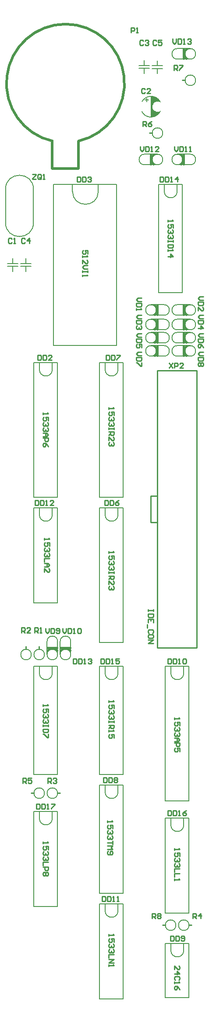
<source format=gto>
G04 Layer_Color=65535*
%FSLAX44Y44*%
%MOMM*%
G71*
G01*
G75*
%ADD19C,0.2000*%
%ADD20C,0.1270*%
%ADD21C,0.5000*%
%ADD22C,0.2540*%
%ADD23C,0.4000*%
G36*
X383947Y1752599D02*
X384254Y1750267D01*
X385263Y1747830D01*
X386869Y1745738D01*
X388962Y1744132D01*
X391399Y1743123D01*
X394014Y1742778D01*
X396629Y1743123D01*
X399066Y1744132D01*
X400001Y1744849D01*
X400078Y1744817D01*
X398281Y1741454D01*
X395782Y1738410D01*
X392738Y1735912D01*
X389265Y1734055D01*
X385496Y1732912D01*
X381577Y1732526D01*
X381029Y1732580D01*
X381030Y1732630D01*
X381000Y1752600D01*
X383947Y1752599D01*
D02*
G37*
G36*
X385817Y1772298D02*
X389599Y1771151D01*
X393084Y1769288D01*
X396139Y1766781D01*
X398646Y1763726D01*
X400304Y1760624D01*
X400251Y1760602D01*
X399351Y1761293D01*
X396868Y1762321D01*
X394204Y1762672D01*
X391539Y1762321D01*
X389057Y1761293D01*
X386925Y1759657D01*
X385289Y1757525D01*
X384260Y1755042D01*
X383939Y1752601D01*
X381000Y1752600D01*
X381030Y1772570D01*
X381029Y1772601D01*
X381885Y1772685D01*
X385817Y1772298D01*
D02*
G37*
D19*
X149860Y698500D02*
G03*
X149860Y698500I-10160J0D01*
G01*
X175260D02*
G03*
X175260Y698500I-10160J0D01*
G01*
X200660Y431800D02*
G03*
X200660Y431800I-10160J0D01*
G01*
X175260D02*
G03*
X175260Y431800I-10160J0D01*
G01*
X467360Y1803400D02*
G03*
X467360Y1803400I-10160J0D01*
G01*
X292500Y1246940D02*
G03*
X317500Y1246940I12500J0D01*
G01*
X154000Y1593700D02*
G03*
X100000Y1593700I-27000J0D01*
G01*
Y1529700D02*
G03*
X154000Y1529700I27000J0D01*
G01*
X457200Y1640840D02*
G03*
X457200Y1661160I0J10160D01*
G01*
X441960Y1651000D02*
G03*
X441960Y1651000I-10160J0D01*
G01*
X368300Y1661160D02*
G03*
X368300Y1640840I0J-10160D01*
G01*
X403860Y1651000D02*
G03*
X403860Y1651000I-10160J0D01*
G01*
X431800Y1864360D02*
G03*
X431800Y1844040I0J-10160D01*
G01*
X467360Y1854200D02*
G03*
X467360Y1854200I-10160J0D01*
G01*
X403860Y1701800D02*
G03*
X403860Y1701800I-10160J0D01*
G01*
X200660Y723900D02*
G03*
X180340Y723900I-10160J0D01*
G01*
X200660Y698500D02*
G03*
X200660Y698500I-10160J0D01*
G01*
X226060Y723900D02*
G03*
X205740Y723900I-10160J0D01*
G01*
X226060Y698500D02*
G03*
X226060Y698500I-10160J0D01*
G01*
X406400Y1351280D02*
G03*
X406400Y1371600I0J10160D01*
G01*
X391160Y1361440D02*
G03*
X391160Y1361440I-10160J0D01*
G01*
X431800Y1371600D02*
G03*
X431800Y1351280I0J-10160D01*
G01*
X467360Y1361440D02*
G03*
X467360Y1361440I-10160J0D01*
G01*
X406400Y1323340D02*
G03*
X406400Y1343660I0J10160D01*
G01*
X391160Y1333500D02*
G03*
X391160Y1333500I-10160J0D01*
G01*
X406400Y1272540D02*
G03*
X406400Y1292860I0J10160D01*
G01*
X391160Y1282700D02*
G03*
X391160Y1282700I-10160J0D01*
G01*
X406400Y1297940D02*
G03*
X406400Y1318260I0J10160D01*
G01*
X391160Y1308100D02*
G03*
X391160Y1308100I-10160J0D01*
G01*
X431800Y1343660D02*
G03*
X431800Y1323340I0J-10160D01*
G01*
X467360Y1333500D02*
G03*
X467360Y1333500I-10160J0D01*
G01*
X431800Y1318260D02*
G03*
X431800Y1297940I0J-10160D01*
G01*
X467360Y1308100D02*
G03*
X467360Y1308100I-10160J0D01*
G01*
X431800Y1292860D02*
G03*
X431800Y1272540I0J-10160D01*
G01*
X467360Y1282700D02*
G03*
X467360Y1282700I-10160J0D01*
G01*
X292500Y967540D02*
G03*
X317500Y967540I12500J0D01*
G01*
X429260Y177800D02*
G03*
X429260Y177800I-10160J0D01*
G01*
X454660D02*
G03*
X454660Y177800I-10160J0D01*
G01*
X419500Y129340D02*
G03*
X444500Y129340I12500J0D01*
G01*
X292500Y205540D02*
G03*
X317500Y205540I12500J0D01*
G01*
X165500Y383340D02*
G03*
X190500Y383340I12500J0D01*
G01*
X229400Y1589840D02*
G03*
X279400Y1589840I25000J0D01*
G01*
X419500Y370640D02*
G03*
X444500Y370640I12500J0D01*
G01*
X292500Y434140D02*
G03*
X317500Y434140I12500J0D01*
G01*
X165500Y662740D02*
G03*
X190500Y662740I12500J0D01*
G01*
X292500D02*
G03*
X317500Y662740I12500J0D01*
G01*
X419500D02*
G03*
X444500Y662740I12500J0D01*
G01*
X165500Y967540D02*
G03*
X190500Y967540I12500J0D01*
G01*
X165500Y1246940D02*
G03*
X190500Y1246940I12500J0D01*
G01*
X406800Y1589840D02*
G03*
X431800Y1589840I12500J0D01*
G01*
X139700Y1435500D02*
Y1445260D01*
X129540D02*
X149860D01*
X139700Y1450740D02*
Y1460500D01*
X129540Y1450740D02*
X149860D01*
X104140D02*
X124460D01*
X114300D02*
Y1460500D01*
X104140Y1445260D02*
X124460D01*
X114300Y1435500D02*
Y1445260D01*
X358140Y1831740D02*
X378460D01*
X368300D02*
Y1841500D01*
X358140Y1826260D02*
X378460D01*
X368300Y1816500D02*
Y1826260D01*
X383540Y1825860D02*
X403860D01*
X393700Y1816100D02*
Y1825860D01*
X383540Y1831340D02*
X403860D01*
X393700D02*
Y1841100D01*
X281940Y1259840D02*
X327660D01*
X292500Y1246940D02*
Y1259440D01*
X327660Y1000760D02*
Y1259840D01*
X317500Y1246940D02*
Y1259440D01*
X281940Y1000760D02*
X327660D01*
X281940D02*
Y1259840D01*
X100000Y1529700D02*
Y1593700D01*
X154000Y1529700D02*
Y1593700D01*
X431800Y1661160D02*
X457200D01*
X431800Y1640840D02*
X457200D01*
X368300D02*
X393700D01*
X368300Y1661160D02*
X393700D01*
X431800Y1844040D02*
X457200D01*
X431800Y1864360D02*
X457200D01*
X180340Y698500D02*
Y723900D01*
X200660Y698500D02*
Y723900D01*
X205740Y698500D02*
Y723900D01*
X226060Y698500D02*
Y723900D01*
X381000Y1371600D02*
X406400D01*
X381000Y1351280D02*
X406400D01*
X431800D02*
X457200D01*
X431800Y1371600D02*
X457200D01*
X381000Y1343660D02*
X406400D01*
X381000Y1323340D02*
X406400D01*
X381000Y1292860D02*
X406400D01*
X381000Y1272540D02*
X406400D01*
X381000Y1318260D02*
X406400D01*
X381000Y1297940D02*
X406400D01*
X431800Y1323340D02*
X457200D01*
X431800Y1343660D02*
X457200D01*
X431800Y1297940D02*
X457200D01*
X431800Y1318260D02*
X457200D01*
X431800Y1272540D02*
X457200D01*
X431800Y1292860D02*
X457200D01*
X281940Y721360D02*
X327660D01*
X281940D02*
Y980440D01*
X327660D01*
Y721360D02*
Y980440D01*
X292500Y967540D02*
Y980040D01*
X317500Y967540D02*
Y980040D01*
X408940Y38100D02*
X454660D01*
X408940D02*
Y142240D01*
X454660D01*
Y38100D02*
Y142240D01*
X419500Y129340D02*
Y141840D01*
X444500Y129340D02*
Y141840D01*
X281940Y35560D02*
X327660D01*
X281940D02*
Y218440D01*
X327660D01*
Y35560D02*
Y218440D01*
X292500Y205540D02*
Y218040D01*
X317500Y205540D02*
Y218040D01*
X154940Y213360D02*
X200660D01*
X154940D02*
Y396240D01*
X200660D01*
Y213360D02*
Y396240D01*
X165500Y383340D02*
Y395840D01*
X190500Y383340D02*
Y395840D01*
X193040Y1292860D02*
X314960D01*
X193040D02*
Y1602740D01*
X314960D01*
Y1292860D02*
Y1602740D01*
X229400Y1589840D02*
Y1602340D01*
X279400Y1589840D02*
Y1602340D01*
X408940Y200660D02*
X454660D01*
X408940D02*
Y383540D01*
X454660D01*
Y200660D02*
Y383540D01*
X419500Y370640D02*
Y383140D01*
X444500Y370640D02*
Y383140D01*
X281940Y238760D02*
X327660D01*
X281940D02*
Y447040D01*
X327660D01*
Y238760D02*
Y447040D01*
X292500Y434140D02*
Y446640D01*
X317500Y434140D02*
Y446640D01*
X154940Y467360D02*
X200660D01*
X154940D02*
Y675640D01*
X200660D01*
Y467360D02*
Y675640D01*
X165500Y662740D02*
Y675240D01*
X190500Y662740D02*
Y675240D01*
X281940Y467360D02*
X327660D01*
X281940D02*
Y675640D01*
X327660D01*
Y467360D02*
Y675640D01*
X292500Y662740D02*
Y675240D01*
X317500Y662740D02*
Y675240D01*
X408940Y416560D02*
X454660D01*
X408940D02*
Y675640D01*
X454660D01*
Y416560D02*
Y675640D01*
X419500Y662740D02*
Y675240D01*
X444500Y662740D02*
Y675240D01*
X154940Y797560D02*
X200660D01*
X154940D02*
Y980440D01*
X200660D01*
Y797560D02*
Y980440D01*
X165500Y967540D02*
Y980040D01*
X190500Y967540D02*
Y980040D01*
X154940Y1000760D02*
X200660D01*
X154940D02*
Y1259840D01*
X200660D01*
Y1000760D02*
Y1259840D01*
X165500Y1246940D02*
Y1259440D01*
X190500Y1246940D02*
Y1259440D01*
X396240Y1394460D02*
X441960D01*
X396240D02*
Y1602740D01*
X441960D01*
Y1394460D02*
Y1602740D01*
X406800Y1589840D02*
Y1602340D01*
X431800Y1589840D02*
Y1602340D01*
D20*
X363470Y1742971D02*
G03*
X398682Y1743254I17529J9629D01*
G01*
X398661Y1762441D02*
G03*
X363901Y1762550I-17411J-9841D01*
G01*
X373126Y1762326D02*
Y1768676D01*
X369824Y1765374D02*
X376174D01*
D21*
X241278Y1686401D02*
G03*
X190522Y1686401I-25378J111139D01*
G01*
X190500Y1633540D02*
Y1686306D01*
X241300Y1633540D02*
Y1686306D01*
X190500Y1633540D02*
X241300D01*
D22*
X139700Y708660D02*
Y713740D01*
X165100Y708660D02*
Y713740D01*
X200660Y431800D02*
X205740D01*
X149860D02*
X154940D01*
X441960Y1803400D02*
X447040D01*
X378460Y1701800D02*
X383540D01*
X403860Y177800D02*
X408940D01*
X454660D02*
X459740D01*
X381000Y952500D02*
Y1003300D01*
X393700Y711200D02*
Y1244600D01*
Y711200D02*
X469900D01*
X381000Y952500D02*
X393700D01*
X381000Y1003300D02*
X393700D01*
Y1244600D02*
X469900D01*
Y711200D02*
Y1244600D01*
X383540Y190500D02*
Y200497D01*
X388538D01*
X390205Y198831D01*
Y195498D01*
X388538Y193832D01*
X383540D01*
X386872D02*
X390205Y190500D01*
X393537Y198831D02*
X395203Y200497D01*
X398535D01*
X400201Y198831D01*
Y197164D01*
X398535Y195498D01*
X400201Y193832D01*
Y192166D01*
X398535Y190500D01*
X395203D01*
X393537Y192166D01*
Y193832D01*
X395203Y195498D01*
X393537Y197164D01*
Y198831D01*
X395203Y195498D02*
X398535D01*
X423165Y1882993D02*
Y1876329D01*
X426497Y1872997D01*
X429829Y1876329D01*
Y1882993D01*
X433161D02*
Y1872997D01*
X438160D01*
X439826Y1874663D01*
Y1881327D01*
X438160Y1882993D01*
X433161D01*
X443158Y1872997D02*
X446490D01*
X444824D01*
Y1882993D01*
X443158Y1881327D01*
X451489D02*
X453155Y1882993D01*
X456487D01*
X458153Y1881327D01*
Y1879661D01*
X456487Y1877995D01*
X454821D01*
X456487D01*
X458153Y1876329D01*
Y1874663D01*
X456487Y1872997D01*
X453155D01*
X451489Y1874663D01*
X425705Y1822197D02*
Y1832193D01*
X430703D01*
X432369Y1830527D01*
Y1827195D01*
X430703Y1825529D01*
X425705D01*
X429037D02*
X432369Y1822197D01*
X435701Y1832193D02*
X442366D01*
Y1830527D01*
X435701Y1823863D01*
Y1822197D01*
X133605Y450597D02*
Y460593D01*
X138603D01*
X140269Y458927D01*
Y455595D01*
X138603Y453929D01*
X133605D01*
X136937D02*
X140269Y450597D01*
X150266Y460593D02*
X143601D01*
Y455595D01*
X146934Y457261D01*
X148600D01*
X150266Y455595D01*
Y452263D01*
X148600Y450597D01*
X145268D01*
X143601Y452263D01*
X181865Y450597D02*
Y460593D01*
X186863D01*
X188529Y458927D01*
Y455595D01*
X186863Y453929D01*
X181865D01*
X185197D02*
X188529Y450597D01*
X191861Y458927D02*
X193528Y460593D01*
X196860D01*
X198526Y458927D01*
Y457261D01*
X196860Y455595D01*
X195194D01*
X196860D01*
X198526Y453929D01*
Y452263D01*
X196860Y450597D01*
X193528D01*
X191861Y452263D01*
X482437Y1280160D02*
X475772D01*
X472440Y1276828D01*
X475772Y1273496D01*
X482437D01*
Y1270163D02*
X472440D01*
Y1265165D01*
X474106Y1263499D01*
X480771D01*
X482437Y1265165D01*
Y1270163D01*
X480771Y1260167D02*
X482437Y1258500D01*
Y1255168D01*
X480771Y1253502D01*
X479104D01*
X477438Y1255168D01*
X475772Y1253502D01*
X474106D01*
X472440Y1255168D01*
Y1258500D01*
X474106Y1260167D01*
X475772D01*
X477438Y1258500D01*
X479104Y1260167D01*
X480771D01*
X477438Y1258500D02*
Y1255168D01*
X363057Y1280160D02*
X356392D01*
X353060Y1276828D01*
X356392Y1273496D01*
X363057D01*
Y1270163D02*
X353060D01*
Y1265165D01*
X354726Y1263499D01*
X361391D01*
X363057Y1265165D01*
Y1270163D01*
Y1260167D02*
Y1253502D01*
X361391D01*
X354726Y1260167D01*
X353060D01*
X482437Y1315720D02*
X475772D01*
X472440Y1312388D01*
X475772Y1309056D01*
X482437D01*
Y1305723D02*
X472440D01*
Y1300725D01*
X474106Y1299059D01*
X480771D01*
X482437Y1300725D01*
Y1305723D01*
Y1289062D02*
X480771Y1292394D01*
X477438Y1295727D01*
X474106D01*
X472440Y1294060D01*
Y1290728D01*
X474106Y1289062D01*
X475772D01*
X477438Y1290728D01*
Y1295727D01*
X363057Y1384300D02*
X356392D01*
X353060Y1380968D01*
X356392Y1377636D01*
X363057D01*
Y1374303D02*
X353060D01*
Y1369305D01*
X354726Y1367639D01*
X361391D01*
X363057Y1369305D01*
Y1374303D01*
X353060Y1364307D02*
Y1360974D01*
Y1362640D01*
X363057D01*
X361391Y1364307D01*
X482437Y1386840D02*
X475772D01*
X472440Y1383508D01*
X475772Y1380176D01*
X482437D01*
Y1376843D02*
X472440D01*
Y1371845D01*
X474106Y1370179D01*
X480771D01*
X482437Y1371845D01*
Y1376843D01*
X472440Y1360182D02*
Y1366847D01*
X479104Y1360182D01*
X480771D01*
X482437Y1361848D01*
Y1365180D01*
X480771Y1366847D01*
X363057Y1351280D02*
X356392D01*
X353060Y1347948D01*
X356392Y1344616D01*
X363057D01*
Y1341283D02*
X353060D01*
Y1336285D01*
X354726Y1334619D01*
X361391D01*
X363057Y1336285D01*
Y1341283D01*
X361391Y1331287D02*
X363057Y1329620D01*
Y1326288D01*
X361391Y1324622D01*
X359725D01*
X358058Y1326288D01*
Y1327954D01*
Y1326288D01*
X356392Y1324622D01*
X354726D01*
X353060Y1326288D01*
Y1329620D01*
X354726Y1331287D01*
X363057Y1315720D02*
X356392D01*
X353060Y1312388D01*
X356392Y1309056D01*
X363057D01*
Y1305723D02*
X353060D01*
Y1300725D01*
X354726Y1299059D01*
X361391D01*
X363057Y1300725D01*
Y1305723D01*
Y1289062D02*
Y1295727D01*
X358058D01*
X359725Y1292394D01*
Y1290728D01*
X358058Y1289062D01*
X354726D01*
X353060Y1290728D01*
Y1294060D01*
X354726Y1295727D01*
X482437Y1351280D02*
X475772D01*
X472440Y1347948D01*
X475772Y1344616D01*
X482437D01*
Y1341283D02*
X472440D01*
Y1336285D01*
X474106Y1334619D01*
X480771D01*
X482437Y1336285D01*
Y1341283D01*
X472440Y1326288D02*
X482437D01*
X477438Y1331287D01*
Y1324622D01*
X177800Y749137D02*
Y742472D01*
X181132Y739140D01*
X184464Y742472D01*
Y749137D01*
X187797D02*
Y739140D01*
X192795D01*
X194461Y740806D01*
Y747471D01*
X192795Y749137D01*
X187797D01*
X197794Y740806D02*
X199460Y739140D01*
X202792D01*
X204458Y740806D01*
Y747471D01*
X202792Y749137D01*
X199460D01*
X197794Y747471D01*
Y745805D01*
X199460Y744138D01*
X204458D01*
X210820Y749137D02*
Y742472D01*
X214152Y739140D01*
X217484Y742472D01*
Y749137D01*
X220817D02*
Y739140D01*
X225815D01*
X227481Y740806D01*
Y747471D01*
X225815Y749137D01*
X220817D01*
X230814Y739140D02*
X234146D01*
X232480D01*
Y749137D01*
X230814Y747471D01*
X239144D02*
X240810Y749137D01*
X244143D01*
X245809Y747471D01*
Y740806D01*
X244143Y739140D01*
X240810D01*
X239144Y740806D01*
Y747471D01*
X156465Y740157D02*
Y750153D01*
X161463D01*
X163129Y748487D01*
Y745155D01*
X161463Y743489D01*
X156465D01*
X159797D02*
X163129Y740157D01*
X166461D02*
X169794D01*
X168128D01*
Y750153D01*
X166461Y748487D01*
X131065Y740157D02*
Y750153D01*
X136063D01*
X137729Y748487D01*
Y745155D01*
X136063Y743489D01*
X131065D01*
X134397D02*
X137729Y740157D01*
X147726D02*
X141061D01*
X147726Y746821D01*
Y748487D01*
X146060Y750153D01*
X142728D01*
X141061Y748487D01*
X462280Y190500D02*
Y200497D01*
X467278D01*
X468945Y198831D01*
Y195498D01*
X467278Y193832D01*
X462280D01*
X465612D02*
X468945Y190500D01*
X477275D02*
Y200497D01*
X472277Y195498D01*
X478941D01*
X426720Y1676237D02*
Y1669572D01*
X430052Y1666240D01*
X433385Y1669572D01*
Y1676237D01*
X436717D02*
Y1666240D01*
X441715D01*
X443381Y1667906D01*
Y1674571D01*
X441715Y1676237D01*
X436717D01*
X446714Y1666240D02*
X450046D01*
X448380D01*
Y1676237D01*
X446714Y1674571D01*
X455044Y1666240D02*
X458377D01*
X456710D01*
Y1676237D01*
X455044Y1674571D01*
X369884Y1786331D02*
X368218Y1787997D01*
X364886D01*
X363220Y1786331D01*
Y1779666D01*
X364886Y1778000D01*
X368218D01*
X369884Y1779666D01*
X379881Y1778000D02*
X373217D01*
X379881Y1784665D01*
Y1786331D01*
X378215Y1787997D01*
X374883D01*
X373217Y1786331D01*
X391729Y1878787D02*
X390063Y1880453D01*
X386731D01*
X385065Y1878787D01*
Y1872123D01*
X386731Y1870457D01*
X390063D01*
X391729Y1872123D01*
X401726Y1880453D02*
X395061D01*
Y1875455D01*
X398394Y1877121D01*
X400060D01*
X401726Y1875455D01*
Y1872123D01*
X400060Y1870457D01*
X396728D01*
X395061Y1872123D01*
X366329Y1878787D02*
X364663Y1880453D01*
X361331D01*
X359665Y1878787D01*
Y1872123D01*
X361331Y1870457D01*
X364663D01*
X366329Y1872123D01*
X369661Y1878787D02*
X371328Y1880453D01*
X374660D01*
X376326Y1878787D01*
Y1877121D01*
X374660Y1875455D01*
X372994D01*
X374660D01*
X376326Y1873789D01*
Y1872123D01*
X374660Y1870457D01*
X371328D01*
X369661Y1872123D01*
X342900Y1894840D02*
Y1904837D01*
X347898D01*
X349565Y1903171D01*
Y1899839D01*
X347898Y1898172D01*
X342900D01*
X352897Y1894840D02*
X356229D01*
X354563D01*
Y1904837D01*
X352897Y1903171D01*
X112329Y1497787D02*
X110663Y1499453D01*
X107331D01*
X105665Y1497787D01*
Y1491123D01*
X107331Y1489457D01*
X110663D01*
X112329Y1491123D01*
X115661Y1489457D02*
X118994D01*
X117328D01*
Y1499453D01*
X115661Y1497787D01*
X172720Y337820D02*
Y334488D01*
Y336154D01*
X182717D01*
X181051Y337820D01*
X182717Y322825D02*
Y329489D01*
X177718D01*
X179384Y326157D01*
Y324491D01*
X177718Y322825D01*
X174386D01*
X172720Y324491D01*
Y327823D01*
X174386Y329489D01*
X181051Y319493D02*
X182717Y317826D01*
Y314494D01*
X181051Y312828D01*
X179384D01*
X177718Y314494D01*
Y316160D01*
Y314494D01*
X176052Y312828D01*
X174386D01*
X172720Y314494D01*
Y317826D01*
X174386Y319493D01*
X181051Y309496D02*
X182717Y307830D01*
Y304497D01*
X181051Y302831D01*
X179384D01*
X177718Y304497D01*
Y306164D01*
Y304497D01*
X176052Y302831D01*
X174386D01*
X172720Y304497D01*
Y307830D01*
X174386Y309496D01*
X182717Y299499D02*
X172720D01*
Y292834D01*
Y289502D02*
X182717D01*
Y284504D01*
X181051Y282838D01*
X177718D01*
X176052Y284504D01*
Y289502D01*
X181051Y279506D02*
X182717Y277839D01*
Y274507D01*
X181051Y272841D01*
X179384D01*
X177718Y274507D01*
X176052Y272841D01*
X174386D01*
X172720Y274507D01*
Y277839D01*
X174386Y279506D01*
X176052D01*
X177718Y277839D01*
X179384Y279506D01*
X181051D01*
X177718Y277839D02*
Y274507D01*
X160020Y411317D02*
Y401320D01*
X165018D01*
X166684Y402986D01*
Y409651D01*
X165018Y411317D01*
X160020D01*
X170017D02*
Y401320D01*
X175015D01*
X176681Y402986D01*
Y409651D01*
X175015Y411317D01*
X170017D01*
X180014Y401320D02*
X183346D01*
X181680D01*
Y411317D01*
X180014Y409651D01*
X188344Y411317D02*
X195009D01*
Y409651D01*
X188344Y402986D01*
Y401320D01*
X426720Y325120D02*
Y321788D01*
Y323454D01*
X436717D01*
X435051Y325120D01*
X436717Y310125D02*
Y316789D01*
X431718D01*
X433385Y313457D01*
Y311791D01*
X431718Y310125D01*
X428386D01*
X426720Y311791D01*
Y315123D01*
X428386Y316789D01*
X435051Y306793D02*
X436717Y305126D01*
Y301794D01*
X435051Y300128D01*
X433385D01*
X431718Y301794D01*
Y303460D01*
Y301794D01*
X430052Y300128D01*
X428386D01*
X426720Y301794D01*
Y305126D01*
X428386Y306793D01*
X435051Y296796D02*
X436717Y295130D01*
Y291797D01*
X435051Y290131D01*
X433385D01*
X431718Y291797D01*
Y293463D01*
Y291797D01*
X430052Y290131D01*
X428386D01*
X426720Y291797D01*
Y295130D01*
X428386Y296796D01*
X436717Y286799D02*
X426720D01*
Y280135D01*
X436717Y276802D02*
X426720D01*
Y270138D01*
Y266805D02*
Y263473D01*
Y265139D01*
X436717D01*
X435051Y266805D01*
X414020Y398617D02*
Y388620D01*
X419018D01*
X420685Y390286D01*
Y396951D01*
X419018Y398617D01*
X414020D01*
X424017D02*
Y388620D01*
X429015D01*
X430681Y390286D01*
Y396951D01*
X429015Y398617D01*
X424017D01*
X434014Y388620D02*
X437346D01*
X435680D01*
Y398617D01*
X434014Y396951D01*
X449009Y398617D02*
X445676Y396951D01*
X442344Y393619D01*
Y390286D01*
X444010Y388620D01*
X447343D01*
X449009Y390286D01*
Y391952D01*
X447343Y393619D01*
X442344D01*
X299720Y609600D02*
Y606268D01*
Y607934D01*
X309717D01*
X308051Y609600D01*
X309717Y594605D02*
Y601269D01*
X304718D01*
X306385Y597937D01*
Y596271D01*
X304718Y594605D01*
X301386D01*
X299720Y596271D01*
Y599603D01*
X301386Y601269D01*
X308051Y591273D02*
X309717Y589606D01*
Y586274D01*
X308051Y584608D01*
X306385D01*
X304718Y586274D01*
Y587940D01*
Y586274D01*
X303052Y584608D01*
X301386D01*
X299720Y586274D01*
Y589606D01*
X301386Y591273D01*
X308051Y581276D02*
X309717Y579610D01*
Y576277D01*
X308051Y574611D01*
X306385D01*
X304718Y576277D01*
Y577943D01*
Y576277D01*
X303052Y574611D01*
X301386D01*
X299720Y576277D01*
Y579610D01*
X301386Y581276D01*
X309717Y571279D02*
Y567947D01*
Y569613D01*
X299720D01*
Y571279D01*
Y567947D01*
Y562948D02*
X309717D01*
Y557950D01*
X308051Y556284D01*
X304718D01*
X303052Y557950D01*
Y562948D01*
Y559616D02*
X299720Y556284D01*
Y552952D02*
Y549619D01*
Y551286D01*
X309717D01*
X308051Y552952D01*
X309717Y537957D02*
Y544621D01*
X304718D01*
X306385Y541289D01*
Y539623D01*
X304718Y537957D01*
X301386D01*
X299720Y539623D01*
Y542955D01*
X301386Y544621D01*
X284480Y690717D02*
Y680720D01*
X289478D01*
X291145Y682386D01*
Y689051D01*
X289478Y690717D01*
X284480D01*
X294477D02*
Y680720D01*
X299475D01*
X301141Y682386D01*
Y689051D01*
X299475Y690717D01*
X294477D01*
X304474Y680720D02*
X307806D01*
X306140D01*
Y690717D01*
X304474Y689051D01*
X319469Y690717D02*
X312804D01*
Y685719D01*
X316136Y687385D01*
X317803D01*
X319469Y685719D01*
Y682386D01*
X317803Y680720D01*
X314470D01*
X312804Y682386D01*
X414020Y1534160D02*
Y1530828D01*
Y1532494D01*
X424017D01*
X422351Y1534160D01*
X424017Y1519165D02*
Y1525829D01*
X419018D01*
X420685Y1522497D01*
Y1520831D01*
X419018Y1519165D01*
X415686D01*
X414020Y1520831D01*
Y1524163D01*
X415686Y1525829D01*
X422351Y1515833D02*
X424017Y1514166D01*
Y1510834D01*
X422351Y1509168D01*
X420685D01*
X419018Y1510834D01*
Y1512500D01*
Y1510834D01*
X417352Y1509168D01*
X415686D01*
X414020Y1510834D01*
Y1514166D01*
X415686Y1515833D01*
X422351Y1505836D02*
X424017Y1504170D01*
Y1500837D01*
X422351Y1499171D01*
X420685D01*
X419018Y1500837D01*
Y1502504D01*
Y1500837D01*
X417352Y1499171D01*
X415686D01*
X414020Y1500837D01*
Y1504170D01*
X415686Y1505836D01*
X424017Y1495839D02*
Y1492507D01*
Y1494173D01*
X414020D01*
Y1495839D01*
Y1492507D01*
X424017Y1487508D02*
X414020D01*
Y1482510D01*
X415686Y1480844D01*
X422351D01*
X424017Y1482510D01*
Y1487508D01*
X414020Y1477512D02*
Y1474179D01*
Y1475845D01*
X424017D01*
X422351Y1477512D01*
X414020Y1464183D02*
X424017D01*
X419018Y1469181D01*
Y1462516D01*
X398780Y1617817D02*
Y1607820D01*
X403778D01*
X405444Y1609486D01*
Y1616151D01*
X403778Y1617817D01*
X398780D01*
X408777D02*
Y1607820D01*
X413775D01*
X415441Y1609486D01*
Y1616151D01*
X413775Y1617817D01*
X408777D01*
X418774Y1607820D02*
X422106D01*
X420440D01*
Y1617817D01*
X418774Y1616151D01*
X432103Y1607820D02*
Y1617817D01*
X427104Y1612818D01*
X433769D01*
X175260Y922020D02*
Y918688D01*
Y920354D01*
X185257D01*
X183591Y922020D01*
X185257Y907025D02*
Y913689D01*
X180258D01*
X181924Y910357D01*
Y908691D01*
X180258Y907025D01*
X176926D01*
X175260Y908691D01*
Y912023D01*
X176926Y913689D01*
X183591Y903693D02*
X185257Y902026D01*
Y898694D01*
X183591Y897028D01*
X181924D01*
X180258Y898694D01*
Y900360D01*
Y898694D01*
X178592Y897028D01*
X176926D01*
X175260Y898694D01*
Y902026D01*
X176926Y903693D01*
X183591Y893696D02*
X185257Y892030D01*
Y888697D01*
X183591Y887031D01*
X181924D01*
X180258Y888697D01*
Y890363D01*
Y888697D01*
X178592Y887031D01*
X176926D01*
X175260Y888697D01*
Y892030D01*
X176926Y893696D01*
X185257Y883699D02*
X175260D01*
Y877035D01*
Y873702D02*
X181924D01*
X185257Y870370D01*
X181924Y867038D01*
X175260D01*
X180258D01*
Y873702D01*
X175260Y857041D02*
Y863706D01*
X181924Y857041D01*
X183591D01*
X185257Y858707D01*
Y862039D01*
X183591Y863706D01*
X157480Y995517D02*
Y985520D01*
X162478D01*
X164144Y987186D01*
Y993851D01*
X162478Y995517D01*
X157480D01*
X167477D02*
Y985520D01*
X172475D01*
X174141Y987186D01*
Y993851D01*
X172475Y995517D01*
X167477D01*
X177474Y985520D02*
X180806D01*
X179140D01*
Y995517D01*
X177474Y993851D01*
X192469Y985520D02*
X185804D01*
X192469Y992185D01*
Y993851D01*
X190803Y995517D01*
X187470D01*
X185804Y993851D01*
X426720Y92395D02*
Y99060D01*
X433385Y92395D01*
X435051D01*
X436717Y94062D01*
Y97394D01*
X435051Y99060D01*
X426720Y84065D02*
X436717D01*
X431718Y89063D01*
Y82399D01*
X435051Y72402D02*
X436717Y74068D01*
Y77400D01*
X435051Y79066D01*
X428386D01*
X426720Y77400D01*
Y74068D01*
X428386Y72402D01*
X426720Y69070D02*
Y65737D01*
Y67403D01*
X436717D01*
X435051Y69070D01*
X436717Y54075D02*
X435051Y57407D01*
X431718Y60739D01*
X428386D01*
X426720Y59073D01*
Y55741D01*
X428386Y54075D01*
X430052D01*
X431718Y55741D01*
Y60739D01*
X419100Y157317D02*
Y147320D01*
X424098D01*
X425765Y148986D01*
Y155651D01*
X424098Y157317D01*
X419100D01*
X429097D02*
Y147320D01*
X434095D01*
X435761Y148986D01*
Y155651D01*
X434095Y157317D01*
X429097D01*
X439094Y148986D02*
X440760Y147320D01*
X444092D01*
X445758Y148986D01*
Y155651D01*
X444092Y157317D01*
X440760D01*
X439094Y155651D01*
Y153985D01*
X440760Y152318D01*
X445758D01*
X258917Y1469075D02*
Y1475740D01*
X253918D01*
X255585Y1472408D01*
Y1470742D01*
X253918Y1469075D01*
X250586D01*
X248920Y1470742D01*
Y1474074D01*
X250586Y1475740D01*
X248920Y1465743D02*
Y1462411D01*
Y1464077D01*
X258917D01*
X257251Y1465743D01*
X248920Y1450748D02*
Y1457413D01*
X255585Y1450748D01*
X257251D01*
X258917Y1452414D01*
Y1455746D01*
X257251Y1457413D01*
X258917Y1447416D02*
X252252D01*
X248920Y1444084D01*
X252252Y1440751D01*
X258917D01*
Y1437419D02*
Y1434087D01*
Y1435753D01*
X248920D01*
Y1437419D01*
Y1434087D01*
Y1429088D02*
Y1425756D01*
Y1427422D01*
X258917D01*
X257251Y1429088D01*
X238760Y1617817D02*
Y1607820D01*
X243758D01*
X245424Y1609486D01*
Y1616151D01*
X243758Y1617817D01*
X238760D01*
X248757D02*
Y1607820D01*
X253755D01*
X255421Y1609486D01*
Y1616151D01*
X253755Y1617817D01*
X248757D01*
X258754Y1616151D02*
X260420Y1617817D01*
X263752D01*
X265418Y1616151D01*
Y1614485D01*
X263752Y1612818D01*
X262086D01*
X263752D01*
X265418Y1611152D01*
Y1609486D01*
X263752Y1607820D01*
X260420D01*
X258754Y1609486D01*
X172720Y1163320D02*
Y1159988D01*
Y1161654D01*
X182717D01*
X181051Y1163320D01*
X182717Y1148325D02*
Y1154989D01*
X177718D01*
X179384Y1151657D01*
Y1149991D01*
X177718Y1148325D01*
X174386D01*
X172720Y1149991D01*
Y1153323D01*
X174386Y1154989D01*
X181051Y1144993D02*
X182717Y1143326D01*
Y1139994D01*
X181051Y1138328D01*
X179384D01*
X177718Y1139994D01*
Y1141660D01*
Y1139994D01*
X176052Y1138328D01*
X174386D01*
X172720Y1139994D01*
Y1143326D01*
X174386Y1144993D01*
X181051Y1134996D02*
X182717Y1133330D01*
Y1129997D01*
X181051Y1128331D01*
X179384D01*
X177718Y1129997D01*
Y1131664D01*
Y1129997D01*
X176052Y1128331D01*
X174386D01*
X172720Y1129997D01*
Y1133330D01*
X174386Y1134996D01*
X172720Y1124999D02*
X179384D01*
X182717Y1121667D01*
X179384Y1118335D01*
X172720D01*
X177718D01*
Y1124999D01*
X172720Y1115002D02*
X182717D01*
Y1110004D01*
X181051Y1108338D01*
X177718D01*
X176052Y1110004D01*
Y1115002D01*
X182717Y1098341D02*
X181051Y1101673D01*
X177718Y1105005D01*
X174386D01*
X172720Y1103339D01*
Y1100007D01*
X174386Y1098341D01*
X176052D01*
X177718Y1100007D01*
Y1105005D01*
X162560Y1274917D02*
Y1264920D01*
X167558D01*
X169224Y1266586D01*
Y1273251D01*
X167558Y1274917D01*
X162560D01*
X172557D02*
Y1264920D01*
X177555D01*
X179221Y1266586D01*
Y1273251D01*
X177555Y1274917D01*
X172557D01*
X189218Y1264920D02*
X182554D01*
X189218Y1271585D01*
Y1273251D01*
X187552Y1274917D01*
X184220D01*
X182554Y1273251D01*
X385917Y784860D02*
Y781528D01*
Y783194D01*
X375920D01*
Y784860D01*
Y781528D01*
X385917Y776529D02*
X375920D01*
Y771531D01*
X377586Y769865D01*
X384251D01*
X385917Y771531D01*
Y776529D01*
Y759868D02*
Y766533D01*
X375920D01*
Y759868D01*
X380918Y766533D02*
Y763200D01*
X374254Y756536D02*
Y749871D01*
X384251Y739874D02*
X385917Y741541D01*
Y744873D01*
X384251Y746539D01*
X377586D01*
X375920Y744873D01*
Y741541D01*
X377586Y739874D01*
X385917Y731544D02*
Y734876D01*
X384251Y736542D01*
X377586D01*
X375920Y734876D01*
Y731544D01*
X377586Y729878D01*
X384251D01*
X385917Y731544D01*
X375920Y726545D02*
X385917D01*
X375920Y719881D01*
X385917D01*
X416560Y1259677D02*
X423224Y1249680D01*
Y1259677D02*
X416560Y1249680D01*
X426557D02*
Y1259677D01*
X431555D01*
X433221Y1258011D01*
Y1254678D01*
X431555Y1253012D01*
X426557D01*
X443218Y1249680D02*
X436554D01*
X443218Y1256345D01*
Y1258011D01*
X441552Y1259677D01*
X438220D01*
X436554Y1258011D01*
X172720Y601980D02*
Y598648D01*
Y600314D01*
X182717D01*
X181051Y601980D01*
X182717Y586985D02*
Y593649D01*
X177718D01*
X179384Y590317D01*
Y588651D01*
X177718Y586985D01*
X174386D01*
X172720Y588651D01*
Y591983D01*
X174386Y593649D01*
X181051Y583653D02*
X182717Y581986D01*
Y578654D01*
X181051Y576988D01*
X179384D01*
X177718Y578654D01*
Y580320D01*
Y578654D01*
X176052Y576988D01*
X174386D01*
X172720Y578654D01*
Y581986D01*
X174386Y583653D01*
X181051Y573656D02*
X182717Y571990D01*
Y568657D01*
X181051Y566991D01*
X179384D01*
X177718Y568657D01*
Y570323D01*
Y568657D01*
X176052Y566991D01*
X174386D01*
X172720Y568657D01*
Y571990D01*
X174386Y573656D01*
X182717Y563659D02*
Y560327D01*
Y561993D01*
X172720D01*
Y563659D01*
Y560327D01*
X182717Y555328D02*
X172720D01*
Y550330D01*
X174386Y548664D01*
X181051D01*
X182717Y550330D01*
Y555328D01*
Y545332D02*
Y538667D01*
X181051D01*
X174386Y545332D01*
X172720D01*
X231140Y690717D02*
Y680720D01*
X236138D01*
X237805Y682386D01*
Y689051D01*
X236138Y690717D01*
X231140D01*
X241137D02*
Y680720D01*
X246135D01*
X247801Y682386D01*
Y689051D01*
X246135Y690717D01*
X241137D01*
X251134Y680720D02*
X254466D01*
X252800D01*
Y690717D01*
X251134Y689051D01*
X259464D02*
X261130Y690717D01*
X264463D01*
X266129Y689051D01*
Y687384D01*
X264463Y685718D01*
X262796D01*
X264463D01*
X266129Y684052D01*
Y682386D01*
X264463Y680720D01*
X261130D01*
X259464Y682386D01*
X299720Y160020D02*
Y156688D01*
Y158354D01*
X309717D01*
X308051Y160020D01*
X309717Y145025D02*
Y151689D01*
X304718D01*
X306385Y148357D01*
Y146691D01*
X304718Y145025D01*
X301386D01*
X299720Y146691D01*
Y150023D01*
X301386Y151689D01*
X308051Y141693D02*
X309717Y140026D01*
Y136694D01*
X308051Y135028D01*
X306385D01*
X304718Y136694D01*
Y138360D01*
Y136694D01*
X303052Y135028D01*
X301386D01*
X299720Y136694D01*
Y140026D01*
X301386Y141693D01*
X308051Y131696D02*
X309717Y130030D01*
Y126697D01*
X308051Y125031D01*
X306385D01*
X304718Y126697D01*
Y128364D01*
Y126697D01*
X303052Y125031D01*
X301386D01*
X299720Y126697D01*
Y130030D01*
X301386Y131696D01*
X309717Y121699D02*
X299720D01*
Y115035D01*
Y111702D02*
X309717D01*
X299720Y105038D01*
X309717D01*
X299720Y101706D02*
Y98373D01*
Y100039D01*
X309717D01*
X308051Y101706D01*
X287020Y233517D02*
Y223520D01*
X292018D01*
X293685Y225186D01*
Y231851D01*
X292018Y233517D01*
X287020D01*
X297017D02*
Y223520D01*
X302015D01*
X303681Y225186D01*
Y231851D01*
X302015Y233517D01*
X297017D01*
X307014Y223520D02*
X310346D01*
X308680D01*
Y233517D01*
X307014Y231851D01*
X315344Y223520D02*
X318676D01*
X317010D01*
Y233517D01*
X315344Y231851D01*
X426720Y576580D02*
Y573248D01*
Y574914D01*
X436717D01*
X435051Y576580D01*
X436717Y561585D02*
Y568249D01*
X431718D01*
X433385Y564917D01*
Y563251D01*
X431718Y561585D01*
X428386D01*
X426720Y563251D01*
Y566583D01*
X428386Y568249D01*
X435051Y558253D02*
X436717Y556586D01*
Y553254D01*
X435051Y551588D01*
X433385D01*
X431718Y553254D01*
Y554920D01*
Y553254D01*
X430052Y551588D01*
X428386D01*
X426720Y553254D01*
Y556586D01*
X428386Y558253D01*
X435051Y548256D02*
X436717Y546590D01*
Y543257D01*
X435051Y541591D01*
X433385D01*
X431718Y543257D01*
Y544924D01*
Y543257D01*
X430052Y541591D01*
X428386D01*
X426720Y543257D01*
Y546590D01*
X428386Y548256D01*
X426720Y538259D02*
X433385D01*
X436717Y534927D01*
X433385Y531595D01*
X426720D01*
X431718D01*
Y538259D01*
X426720Y528262D02*
X436717D01*
Y523264D01*
X435051Y521598D01*
X431718D01*
X430052Y523264D01*
Y528262D01*
X436717Y511601D02*
Y518265D01*
X431718D01*
X433385Y514933D01*
Y513267D01*
X431718Y511601D01*
X428386D01*
X426720Y513267D01*
Y516599D01*
X428386Y518265D01*
X414020Y690717D02*
Y680720D01*
X419018D01*
X420685Y682386D01*
Y689051D01*
X419018Y690717D01*
X414020D01*
X424017D02*
Y680720D01*
X429015D01*
X430681Y682386D01*
Y689051D01*
X429015Y690717D01*
X424017D01*
X434014Y680720D02*
X437346D01*
X435680D01*
Y690717D01*
X434014Y689051D01*
X442344D02*
X444010Y690717D01*
X447343D01*
X449009Y689051D01*
Y682386D01*
X447343Y680720D01*
X444010D01*
X442344Y682386D01*
Y689051D01*
X297180Y378460D02*
Y375128D01*
Y376794D01*
X307177D01*
X305511Y378460D01*
X307177Y363465D02*
Y370129D01*
X302178D01*
X303845Y366797D01*
Y365131D01*
X302178Y363465D01*
X298846D01*
X297180Y365131D01*
Y368463D01*
X298846Y370129D01*
X305511Y360133D02*
X307177Y358466D01*
Y355134D01*
X305511Y353468D01*
X303845D01*
X302178Y355134D01*
Y356800D01*
Y355134D01*
X300512Y353468D01*
X298846D01*
X297180Y355134D01*
Y358466D01*
X298846Y360133D01*
X305511Y350136D02*
X307177Y348470D01*
Y345137D01*
X305511Y343471D01*
X303845D01*
X302178Y345137D01*
Y346804D01*
Y345137D01*
X300512Y343471D01*
X298846D01*
X297180Y345137D01*
Y348470D01*
X298846Y350136D01*
X307177Y340139D02*
Y333475D01*
Y336807D01*
X297180D01*
Y330142D02*
X307177D01*
X303845Y326810D01*
X307177Y323478D01*
X297180D01*
X298846Y320145D02*
X297180Y318479D01*
Y315147D01*
X298846Y313481D01*
X305511D01*
X307177Y315147D01*
Y318479D01*
X305511Y320145D01*
X303845D01*
X302178Y318479D01*
Y313481D01*
X289560Y462117D02*
Y452120D01*
X294558D01*
X296224Y453786D01*
Y460451D01*
X294558Y462117D01*
X289560D01*
X299557D02*
Y452120D01*
X304555D01*
X306221Y453786D01*
Y460451D01*
X304555Y462117D01*
X299557D01*
X309554Y460451D02*
X311220Y462117D01*
X314552D01*
X316218Y460451D01*
Y458785D01*
X314552Y457118D01*
X316218Y455452D01*
Y453786D01*
X314552Y452120D01*
X311220D01*
X309554Y453786D01*
Y455452D01*
X311220Y457118D01*
X309554Y458785D01*
Y460451D01*
X311220Y457118D02*
X314552D01*
X137729Y1497787D02*
X136063Y1499453D01*
X132731D01*
X131065Y1497787D01*
Y1491123D01*
X132731Y1489457D01*
X136063D01*
X137729Y1491123D01*
X146060Y1489457D02*
Y1499453D01*
X141061Y1494455D01*
X147726D01*
X299720Y896620D02*
Y893288D01*
Y894954D01*
X309717D01*
X308051Y896620D01*
X309717Y881625D02*
Y888289D01*
X304718D01*
X306385Y884957D01*
Y883291D01*
X304718Y881625D01*
X301386D01*
X299720Y883291D01*
Y886623D01*
X301386Y888289D01*
X308051Y878293D02*
X309717Y876626D01*
Y873294D01*
X308051Y871628D01*
X306385D01*
X304718Y873294D01*
Y874960D01*
Y873294D01*
X303052Y871628D01*
X301386D01*
X299720Y873294D01*
Y876626D01*
X301386Y878293D01*
X308051Y868296D02*
X309717Y866630D01*
Y863297D01*
X308051Y861631D01*
X306385D01*
X304718Y863297D01*
Y864964D01*
Y863297D01*
X303052Y861631D01*
X301386D01*
X299720Y863297D01*
Y866630D01*
X301386Y868296D01*
X309717Y858299D02*
Y854967D01*
Y856633D01*
X299720D01*
Y858299D01*
Y854967D01*
Y849968D02*
X309717D01*
Y844970D01*
X308051Y843304D01*
X304718D01*
X303052Y844970D01*
Y849968D01*
Y846636D02*
X299720Y843304D01*
Y833307D02*
Y839972D01*
X306385Y833307D01*
X308051D01*
X309717Y834973D01*
Y838306D01*
X308051Y839972D01*
Y829975D02*
X309717Y828309D01*
Y824976D01*
X308051Y823310D01*
X306385D01*
X304718Y824976D01*
Y826643D01*
Y824976D01*
X303052Y823310D01*
X301386D01*
X299720Y824976D01*
Y828309D01*
X301386Y829975D01*
X292100Y995517D02*
Y985520D01*
X297098D01*
X298764Y987186D01*
Y993851D01*
X297098Y995517D01*
X292100D01*
X302097D02*
Y985520D01*
X307095D01*
X308761Y987186D01*
Y993851D01*
X307095Y995517D01*
X302097D01*
X318758D02*
X315426Y993851D01*
X312094Y990518D01*
Y987186D01*
X313760Y985520D01*
X317092D01*
X318758Y987186D01*
Y988852D01*
X317092Y990518D01*
X312094D01*
X299720Y1173480D02*
Y1170148D01*
Y1171814D01*
X309717D01*
X308051Y1173480D01*
X309717Y1158485D02*
Y1165150D01*
X304718D01*
X306385Y1161817D01*
Y1160151D01*
X304718Y1158485D01*
X301386D01*
X299720Y1160151D01*
Y1163483D01*
X301386Y1165150D01*
X308051Y1155153D02*
X309717Y1153487D01*
Y1150154D01*
X308051Y1148488D01*
X306385D01*
X304718Y1150154D01*
Y1151821D01*
Y1150154D01*
X303052Y1148488D01*
X301386D01*
X299720Y1150154D01*
Y1153487D01*
X301386Y1155153D01*
X308051Y1145156D02*
X309717Y1143490D01*
Y1140157D01*
X308051Y1138491D01*
X306385D01*
X304718Y1140157D01*
Y1141824D01*
Y1140157D01*
X303052Y1138491D01*
X301386D01*
X299720Y1140157D01*
Y1143490D01*
X301386Y1145156D01*
X309717Y1135159D02*
Y1131827D01*
Y1133493D01*
X299720D01*
Y1135159D01*
Y1131827D01*
Y1126829D02*
X309717D01*
Y1121830D01*
X308051Y1120164D01*
X304718D01*
X303052Y1121830D01*
Y1126829D01*
Y1123496D02*
X299720Y1120164D01*
Y1110167D02*
Y1116832D01*
X306385Y1110167D01*
X308051D01*
X309717Y1111833D01*
Y1115166D01*
X308051Y1116832D01*
Y1106835D02*
X309717Y1105169D01*
Y1101837D01*
X308051Y1100170D01*
X306385D01*
X304718Y1101837D01*
Y1103503D01*
Y1101837D01*
X303052Y1100170D01*
X301386D01*
X299720Y1101837D01*
Y1105169D01*
X301386Y1106835D01*
X294640Y1274917D02*
Y1264920D01*
X299638D01*
X301304Y1266586D01*
Y1273251D01*
X299638Y1274917D01*
X294640D01*
X304637D02*
Y1264920D01*
X309635D01*
X311301Y1266586D01*
Y1273251D01*
X309635Y1274917D01*
X304637D01*
X314634D02*
X321298D01*
Y1273251D01*
X314634Y1266586D01*
Y1264920D01*
X365760Y1714500D02*
Y1724497D01*
X370758D01*
X372425Y1722831D01*
Y1719498D01*
X370758Y1717832D01*
X365760D01*
X369092D02*
X372425Y1714500D01*
X382421Y1724497D02*
X379089Y1722831D01*
X375757Y1719498D01*
Y1716166D01*
X377423Y1714500D01*
X380755D01*
X382421Y1716166D01*
Y1717832D01*
X380755Y1719498D01*
X375757D01*
X360680Y1676237D02*
Y1669572D01*
X364012Y1666240D01*
X367345Y1669572D01*
Y1676237D01*
X370677D02*
Y1666240D01*
X375675D01*
X377341Y1667906D01*
Y1674571D01*
X375675Y1676237D01*
X370677D01*
X380674Y1666240D02*
X384006D01*
X382340D01*
Y1676237D01*
X380674Y1674571D01*
X395669Y1666240D02*
X389004D01*
X395669Y1672905D01*
Y1674571D01*
X394003Y1676237D01*
X390670D01*
X389004Y1674571D01*
X152400Y1622897D02*
X159065D01*
Y1621231D01*
X152400Y1614566D01*
Y1612900D01*
X159065D01*
X169061Y1614566D02*
Y1621231D01*
X167395Y1622897D01*
X164063D01*
X162397Y1621231D01*
Y1614566D01*
X164063Y1612900D01*
X167395D01*
X165729Y1616232D02*
X169061Y1612900D01*
X167395D02*
X169061Y1614566D01*
X172394Y1612900D02*
X175726D01*
X174060D01*
Y1622897D01*
X172394Y1621231D01*
D23*
X444500Y1647190D02*
Y1654810D01*
X439420Y1659890D02*
X444500Y1654810D01*
X439420Y1642110D02*
X444500Y1647190D01*
Y1642110D02*
Y1647190D01*
Y1654810D02*
Y1659890D01*
X381000Y1647190D02*
Y1654810D01*
Y1647190D02*
X386080Y1642110D01*
X381000Y1654810D02*
X386080Y1659890D01*
X381000Y1654810D02*
Y1659890D01*
Y1642110D02*
Y1647190D01*
X444500Y1850390D02*
Y1858010D01*
Y1850390D02*
X449580Y1845310D01*
X444500Y1858010D02*
X449580Y1863090D01*
X444500Y1858010D02*
Y1863090D01*
Y1845310D02*
Y1850390D01*
X186690Y711200D02*
X194310D01*
X181610Y706120D02*
X186690Y711200D01*
X194310D02*
X199390Y706120D01*
X194310Y711200D02*
X199390D01*
X181610D02*
X186690D01*
X212090D02*
X219710D01*
X207010Y706120D02*
X212090Y711200D01*
X219710D02*
X224790Y706120D01*
X219710Y711200D02*
X224790D01*
X207010D02*
X212090D01*
X393700Y1357630D02*
Y1365250D01*
X388620Y1370330D02*
X393700Y1365250D01*
X388620Y1352550D02*
X393700Y1357630D01*
Y1352550D02*
Y1357630D01*
Y1365250D02*
Y1370330D01*
X444500Y1357630D02*
Y1365250D01*
Y1357630D02*
X449580Y1352550D01*
X444500Y1365250D02*
X449580Y1370330D01*
X444500Y1365250D02*
Y1370330D01*
Y1352550D02*
Y1357630D01*
X393700Y1329690D02*
Y1337310D01*
X388620Y1342390D02*
X393700Y1337310D01*
X388620Y1324610D02*
X393700Y1329690D01*
Y1324610D02*
Y1329690D01*
Y1337310D02*
Y1342390D01*
Y1278890D02*
Y1286510D01*
X388620Y1291590D02*
X393700Y1286510D01*
X388620Y1273810D02*
X393700Y1278890D01*
Y1273810D02*
Y1278890D01*
Y1286510D02*
Y1291590D01*
Y1304290D02*
Y1311910D01*
X388620Y1316990D02*
X393700Y1311910D01*
X388620Y1299210D02*
X393700Y1304290D01*
Y1299210D02*
Y1304290D01*
Y1311910D02*
Y1316990D01*
X444500Y1329690D02*
Y1337310D01*
Y1329690D02*
X449580Y1324610D01*
X444500Y1337310D02*
X449580Y1342390D01*
X444500Y1337310D02*
Y1342390D01*
Y1324610D02*
Y1329690D01*
Y1304290D02*
Y1311910D01*
Y1304290D02*
X449580Y1299210D01*
X444500Y1311910D02*
X449580Y1316990D01*
X444500Y1311910D02*
Y1316990D01*
Y1299210D02*
Y1304290D01*
Y1278890D02*
Y1286510D01*
Y1278890D02*
X449580Y1273810D01*
X444500Y1286510D02*
X449580Y1291590D01*
X444500Y1286510D02*
Y1291590D01*
Y1273810D02*
Y1278890D01*
M02*

</source>
